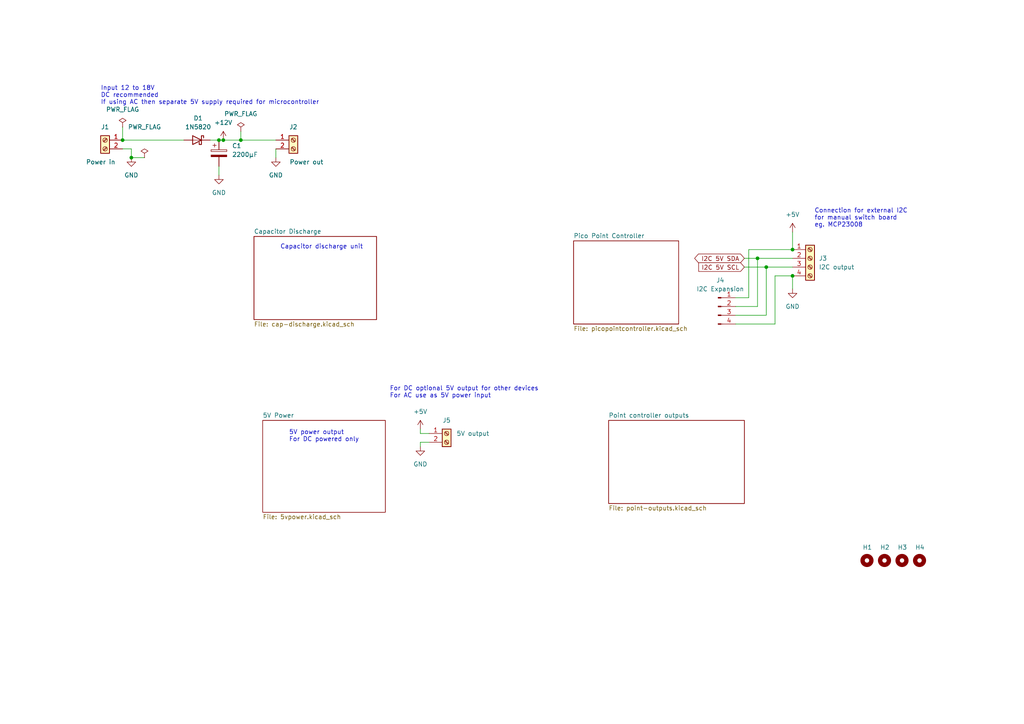
<source format=kicad_sch>
(kicad_sch (version 20231120) (generator "eeschema") (generator_version "8.0")
  (paper "A4")
  (title_block (title "Point controller with Pico") (date "April 2024") (comment 1 "www.penguintutor.com/projects/modelrailwaypoints"))
  (lib_symbols
    (symbol "Connector:Conn_01x04_Pin" (pin_names (offset 1.016) hide)
      (property "Reference" "J" (at 0 5.08 0))
      (property "Value" "Conn_01x04_Pin" (at 0 -7.62 0))
      (symbol "Conn_01x04_Pin_1_1"
        (polyline (pts (xy 1.27 -5.08) (xy 0.8636 -5.08)) (stroke (width 0.1524)))
        (polyline (pts (xy 1.27 -2.54) (xy 0.8636 -2.54)) (stroke (width 0.1524)))
        (polyline (pts (xy 1.27 0) (xy 0.8636 0)) (stroke (width 0.1524)))
        (polyline (pts (xy 1.27 2.54) (xy 0.8636 2.54)) (stroke (width 0.1524)))
        (rectangle (start 0.8636 -4.953) (end 0 -5.207) (stroke (width 0.1524)) (fill (type outline)))
        (rectangle (start 0.8636 -2.413) (end 0 -2.667) (stroke (width 0.1524)) (fill (type outline)))
        (rectangle (start 0.8636 0.127) (end 0 -0.127) (stroke (width 0.1524)) (fill (type outline)))
        (rectangle (start 0.8636 2.667) (end 0 2.413) (stroke (width 0.1524)) (fill (type outline)))
        (pin passive line (at 5.08 2.54 180) (length 3.81) (name "Pin_1") (number "1"))
        (pin passive line (at 5.08 0 180) (length 3.81) (name "Pin_2") (number "2"))
        (pin passive line (at 5.08 -2.54 180) (length 3.81) (name "Pin_3") (number "3"))
        (pin passive line (at 5.08 -5.08 180) (length 3.81) (name "Pin_4") (number "4"))
      )
    )
    (symbol "Connector:Screw_Terminal_01x02" (pin_names (offset 1.016) hide)
      (property "Reference" "J" (at 0 2.54 0))
      (property "Value" "Screw_Terminal_01x02" (at 0 -5.08 0))
      (symbol "Screw_Terminal_01x02_1_1"
        (rectangle (start -1.27 1.27) (end 1.27 -3.81) (stroke (width 0.254)) (fill (type background)))
        (circle (center 0 -2.54) (radius 0.635) (stroke (width 0.1524)))
        (polyline (pts (xy -0.5334 -2.2098) (xy 0.3302 -3.048)) (stroke (width 0.1524)))
        (polyline (pts (xy -0.5334 0.3302) (xy 0.3302 -0.508)) (stroke (width 0.1524)))
        (polyline (pts (xy -0.3556 -2.032) (xy 0.508 -2.8702)) (stroke (width 0.1524)))
        (polyline (pts (xy -0.3556 0.508) (xy 0.508 -0.3302)) (stroke (width 0.1524)))
        (circle (center 0 0) (radius 0.635) (stroke (width 0.1524)))
        (pin passive line (at -5.08 0 0) (length 3.81) (name "Pin_1") (number "1"))
        (pin passive line (at -5.08 -2.54 0) (length 3.81) (name "Pin_2") (number "2"))
      )
    )
    (symbol "Connector:Screw_Terminal_01x04" (pin_names (offset 1.016) hide)
      (property "Reference" "J" (at 0 5.08 0))
      (property "Value" "Screw_Terminal_01x04" (at 0 -7.62 0))
      (symbol "Screw_Terminal_01x04_1_1"
        (rectangle (start -1.27 3.81) (end 1.27 -6.35) (stroke (width 0.254)) (fill (type background)))
        (circle (center 0 -5.08) (radius 0.635) (stroke (width 0.1524)))
        (circle (center 0 -2.54) (radius 0.635) (stroke (width 0.1524)))
        (polyline (pts (xy -0.5334 -4.7498) (xy 0.3302 -5.588)) (stroke (width 0.1524)))
        (polyline (pts (xy -0.5334 -2.2098) (xy 0.3302 -3.048)) (stroke (width 0.1524)))
        (polyline (pts (xy -0.5334 0.3302) (xy 0.3302 -0.508)) (stroke (width 0.1524)))
        (polyline (pts (xy -0.5334 2.8702) (xy 0.3302 2.032)) (stroke (width 0.1524)))
        (polyline (pts (xy -0.3556 -4.572) (xy 0.508 -5.4102)) (stroke (width 0.1524)))
        (polyline (pts (xy -0.3556 -2.032) (xy 0.508 -2.8702)) (stroke (width 0.1524)))
        (polyline (pts (xy -0.3556 0.508) (xy 0.508 -0.3302)) (stroke (width 0.1524)))
        (polyline (pts (xy -0.3556 3.048) (xy 0.508 2.2098)) (stroke (width 0.1524)))
        (circle (center 0 0) (radius 0.635) (stroke (width 0.1524)))
        (circle (center 0 2.54) (radius 0.635) (stroke (width 0.1524)))
        (pin passive line (at -5.08 2.54 0) (length 3.81) (name "Pin_1") (number "1"))
        (pin passive line (at -5.08 0 0) (length 3.81) (name "Pin_2") (number "2"))
        (pin passive line (at -5.08 -2.54 0) (length 3.81) (name "Pin_3") (number "3"))
        (pin passive line (at -5.08 -5.08 0) (length 3.81) (name "Pin_4") (number "4"))
      )
    )
    (symbol "Device:C_Polarized" (pin_numbers hide) (pin_names (offset 0.254))
      (property "Reference" "C" (at 0.635 2.54 0))
      (property "Value" "C_Polarized" (at 0.635 -2.54 0))
      (symbol "C_Polarized_0_1"
        (rectangle (start -2.286 0.508) (end 2.286 1.016))
        (polyline (pts (xy -1.778 2.286) (xy -0.762 2.286)))
        (polyline (pts (xy -1.27 2.794) (xy -1.27 1.778)))
        (rectangle (start 2.286 -0.508) (end -2.286 -1.016) (fill (type outline)))
      )
      (symbol "C_Polarized_1_1"
        (pin passive line (at 0 3.81 270) (length 2.794) (name "~") (number "1"))
        (pin passive line (at 0 -3.81 90) (length 2.794) (name "~") (number "2"))
      )
    )
    (symbol "Diode:1N5820" (pin_numbers hide) (pin_names (offset 1.016) hide)
      (property "Reference" "D" (at 0 2.54 0))
      (property "Value" "1N5820" (at 0 -2.54 0))
      (symbol "1N5820_0_1"
        (polyline (pts (xy 1.27 0) (xy -1.27 0)))
        (polyline (pts (xy 1.27 1.27) (xy 1.27 -1.27) (xy -1.27 0) (xy 1.27 1.27)) (stroke (width 0.254)))
        (polyline (pts (xy -1.905 0.635) (xy -1.905 1.27) (xy -1.27 1.27) (xy -1.27 -1.27) (xy -0.635 -1.27) (xy -0.635 -0.635)) (stroke (width 0.254)))
      )
      (symbol "1N5820_1_1"
        (pin passive line (at -3.81 0 0) (length 2.54) (name "K") (number "1"))
        (pin passive line (at 3.81 0 180) (length 2.54) (name "A") (number "2"))
      )
    )
    (symbol "Mechanical:MountingHole" (pin_names (offset 1.016))
      (property "Reference" "H" (at 0 5.08 0))
      (property "Value" "MountingHole" (at 0 3.175 0))
      (symbol "MountingHole_0_1"
        (circle (center 0 0) (radius 1.27) (stroke (width 1.27)))
      )
    )
    (symbol "power:+12V" (power) (pin_names (offset 0))
      (property "Value" "+12V" (at 0 3.556 0))
      (symbol "+12V_0_1"
        (polyline (pts (xy -0.762 1.27) (xy 0 2.54)))
        (polyline (pts (xy 0 0) (xy 0 2.54)))
        (polyline (pts (xy 0 2.54) (xy 0.762 1.27)))
      )
      (symbol "+12V_1_1"
        (pin power_in line (at 0 0 90) (length 0) hide (name "+12V") (number "1"))
      )
    )
    (symbol "power:+5V" (power) (pin_names (offset 0))
      (property "Value" "+5V" (at 0 3.556 0))
      (symbol "+5V_0_1"
        (polyline (pts (xy -0.762 1.27) (xy 0 2.54)))
        (polyline (pts (xy 0 0) (xy 0 2.54)))
        (polyline (pts (xy 0 2.54) (xy 0.762 1.27)))
      )
      (symbol "+5V_1_1"
        (pin power_in line (at 0 0 90) (length 0) hide (name "+5V") (number "1"))
      )
    )
    (symbol "power:GND" (power) (pin_names (offset 0))
      (property "Value" "GND" (at 0 -3.81 0))
      (symbol "GND_0_1"
        (polyline (pts (xy 0 0) (xy 0 -1.27) (xy 1.27 -1.27) (xy 0 -2.54) (xy -1.27 -1.27) (xy 0 -1.27)))
      )
      (symbol "GND_1_1"
        (pin power_in line (at 0 0 270) (length 0) hide (name "GND") (number "1"))
      )
    )
    (symbol "power:PWR_FLAG" (power) (pin_numbers hide) (pin_names (offset 0) hide)
      (property "Value" "PWR_FLAG" (at 0 3.81 0))
      (symbol "PWR_FLAG_0_0"
        (pin power_out line (at 0 0 90) (length 0) (name "pwr") (number "1"))
      )
      (symbol "PWR_FLAG_0_1"
        (polyline (pts (xy 0 0) (xy 0 1.27) (xy -1.016 1.905) (xy 0 2.54) (xy 1.016 1.905) (xy 0 1.27)))
      )
    )
  )
  (junction (at 229.87 80.01))
  (junction (at 35.56 40.64))
  (junction (at 229.87 72.39))
  (junction (at 63.5 40.64))
  (junction (at 219.71 74.93))
  (junction (at 64.77 40.64))
  (junction (at 38.1 45.72))
  (junction (at 222.25 77.47))
  (junction (at 69.85 40.64))
  (wire (pts (xy 63.5 40.64) (xy 64.77 40.64)))
  (wire (pts (xy 35.56 36.83) (xy 35.56 40.64)))
  (wire (pts (xy 229.87 67.31) (xy 229.87 72.39)))
  (wire (pts (xy 80.01 43.18) (xy 80.01 45.72)))
  (wire (pts (xy 121.92 124.46) (xy 121.92 125.73)))
  (wire (pts (xy 60.96 40.64) (xy 63.5 40.64)))
  (wire (pts (xy 215.9 77.47) (xy 222.25 77.47)))
  (wire (pts (xy 229.87 80.01) (xy 229.87 83.82)))
  (wire (pts (xy 222.25 77.47) (xy 229.87 77.47)))
  (wire (pts (xy 224.79 80.01) (xy 229.87 80.01)))
  (wire (pts (xy 217.17 72.39) (xy 229.87 72.39)))
  (wire (pts (xy 213.36 88.9) (xy 219.71 88.9)))
  (wire (pts (xy 121.92 125.73) (xy 124.46 125.73)))
  (wire (pts (xy 219.71 88.9) (xy 219.71 74.93)))
  (wire (pts (xy 222.25 91.44) (xy 222.25 77.47)))
  (wire (pts (xy 64.77 40.64) (xy 69.85 40.64)))
  (wire (pts (xy 121.92 128.27) (xy 124.46 128.27)))
  (wire (pts (xy 121.92 129.54) (xy 121.92 128.27)))
  (wire (pts (xy 217.17 86.36) (xy 217.17 72.39)))
  (wire (pts (xy 38.1 43.18) (xy 38.1 45.72)))
  (wire (pts (xy 215.9 74.93) (xy 219.71 74.93)))
  (wire (pts (xy 219.71 74.93) (xy 229.87 74.93)))
  (wire (pts (xy 38.1 43.18) (xy 35.56 43.18)))
  (wire (pts (xy 213.36 93.98) (xy 224.79 93.98)))
  (wire (pts (xy 69.85 38.1) (xy 69.85 40.64)))
  (wire (pts (xy 213.36 86.36) (xy 217.17 86.36)))
  (wire (pts (xy 224.79 93.98) (xy 224.79 80.01)))
  (wire (pts (xy 35.56 40.64) (xy 53.34 40.64)))
  (wire (pts (xy 213.36 91.44) (xy 222.25 91.44)))
  (wire (pts (xy 69.85 40.64) (xy 80.01 40.64)))
  (wire (pts (xy 63.5 48.26) (xy 63.5 50.8)))
  (wire (pts (xy 41.91 45.72) (xy 38.1 45.72)))
  (text "For DC optional 5V output for other devices\nFor AC use as 5V power input" (at 113.03 115.57 0) (effects (font (size 1.27 1.27)) (justify left bottom)))
  (text "Input 12 to 18V\nDC recommended\nIf using AC then separate 5V supply required for microcontroller" (at 29.21 30.48 0) (effects (font (size 1.27 1.27)) (justify left bottom)))
  (text "5V power output\nFor DC powered only" (at 83.82 128.27 0) (effects (font (size 1.27 1.27)) (justify left bottom)))
  (text "Capacitor discharge unit" (at 81.28 72.39 0) (effects (font (size 1.27 1.27)) (justify left bottom)))
  (text "Connection for external I2C \nfor manual switch board\neg. MCP23008" (at 236.22 66.04 0) (effects (font (size 1.27 1.27)) (justify left bottom)))
  (global_label "I2C 5V SDA" (shape bidirectional) (at 215.9 74.93 180) (property "Intersheetrefs" "${INTERSHEET_REFS}" (effects (hide yes))))
  (global_label "I2C 5V SCL" (shape input) (at 215.9 77.47 180) (property "Intersheetrefs" "${INTERSHEET_REFS}" (effects (hide yes))))
  (symbol (lib_id "Connector:Screw_Terminal_01x04") (at 234.95 74.93 0) (unit 1)
    (property "Reference" "J3" (at 237.49 74.93 0) (effects (justify left)))
    (property "Value" "I2C output" (at 237.49 77.47 0) (effects (justify left)))
    (property "Footprint" "Connector_Phoenix_MC:PhoenixContact_MC_1,5_4-G-3.5_1x04_P3.50mm_Horizontal" (effects (hide yes)))
  )
  (symbol (lib_id "Connector:Screw_Terminal_01x02") (at 85.09 40.64 0) (unit 1)
    (property "Reference" "J2" (at 85.09 36.83 0))
    (property "Value" "Power out" (at 88.9 46.99 0))
    (property "Footprint" "Connector_Phoenix_MC:PhoenixContact_MC_1,5_2-G-3.5_1x02_P3.50mm_Horizontal" (effects (hide yes)))
  )
  (symbol (lib_id "Diode:1N5820") (at 57.15 40.64 0) (mirror y) (unit 1)
    (property "Reference" "D1" (at 57.4675 34.29 0))
    (property "Value" "1N5820" (at 57.4675 36.83 0))
    (property "Footprint" "Diode_THT:D_DO-201AD_P15.24mm_Horizontal" (effects (hide yes)))
    (property "Datasheet" "http://www.vishay.com/docs/88526/1n5820.pdf" (effects (hide yes)))
  )
  (symbol (lib_id "power:+5V") (at 121.92 124.46 0) (unit 1)
    (property "Reference" "#PWR07" (effects (hide yes)))
    (property "Value" "+5V" (at 121.92 119.38 0))
  )
  (symbol (lib_id "power:PWR_FLAG") (at 41.91 45.72 0) (unit 1)
    (property "Reference" "#FLG04" (effects (hide yes)))
    (property "Value" "PWR_FLAG" (at 41.91 36.83 0))
  )
  (symbol (lib_id "Mechanical:MountingHole") (at 256.54 162.56 0) (unit 1)
    (property "Reference" "H2" (at 255.27 158.75 0) (effects (justify left)))
    (property "Value" "MountingHole" (effects (hide yes)))
    (property "Footprint" "MountingHole:MountingHole_3.2mm_M3" (effects (hide yes)))
  )
  (symbol (lib_id "Connector:Conn_01x04_Pin") (at 208.28 88.9 0) (unit 1)
    (property "Reference" "J4" (at 208.915 81.28 0))
    (property "Value" "I2C Expansion" (at 208.915 83.82 0))
    (property "Footprint" "Connector_PinSocket_2.54mm:PinSocket_1x04_P2.54mm_Vertical" (effects (hide yes)))
  )
  (symbol (lib_id "power:+5V") (at 229.87 67.31 0) (unit 1)
    (property "Reference" "#PWR05" (effects (hide yes)))
    (property "Value" "+5V" (at 229.87 62.23 0))
  )
  (symbol (lib_id "Mechanical:MountingHole") (at 261.62 162.56 0) (unit 1)
    (property "Reference" "H3" (at 260.35 158.75 0) (effects (justify left)))
    (property "Value" "MountingHole" (effects (hide yes)))
    (property "Footprint" "MountingHole:MountingHole_3.2mm_M3" (effects (hide yes)))
  )
  (symbol (lib_id "power:GND") (at 80.01 45.72 0) (unit 1)
    (property "Reference" "#PWR03" (effects (hide yes)))
    (property "Value" "GND" (at 80.01 50.8 0))
  )
  (symbol (lib_id "power:PWR_FLAG") (at 35.56 36.83 0) (unit 1)
    (property "Reference" "#FLG01" (effects (hide yes)))
    (property "Value" "PWR_FLAG" (at 35.56 31.75 0))
  )
  (symbol (lib_id "Mechanical:MountingHole") (at 251.46 162.56 0) (unit 1)
    (property "Reference" "H1" (at 250.19 158.75 0) (effects (justify left)))
    (property "Value" "MountingHole" (effects (hide yes)))
    (property "Footprint" "MountingHole:MountingHole_3.2mm_M3" (effects (hide yes)))
  )
  (symbol (lib_id "Connector:Screw_Terminal_01x02") (at 30.48 40.64 0) (mirror y) (unit 1)
    (property "Reference" "J1" (at 30.48 36.83 0))
    (property "Value" "Power in" (at 29.21 46.99 0))
    (property "Footprint" "TerminalBlock_Phoenix:TerminalBlock_Phoenix_MKDS-1,5-2_1x02_P5.00mm_Horizontal" (effects (hide yes)))
  )
  (symbol (lib_id "power:GND") (at 229.87 83.82 0) (unit 1)
    (property "Reference" "#PWR06" (effects (hide yes)))
    (property "Value" "GND" (at 229.87 88.9 0))
  )
  (symbol (lib_id "power:GND") (at 38.1 45.72 0) (unit 1)
    (property "Reference" "#PWR02" (effects (hide yes)))
    (property "Value" "GND" (at 38.1 50.8 0))
  )
  (symbol (lib_id "power:PWR_FLAG") (at 69.85 38.1 0) (unit 1)
    (property "Reference" "#FLG02" (effects (hide yes)))
    (property "Value" "PWR_FLAG" (at 69.85 33.02 0))
  )
  (symbol (lib_id "Device:C_Polarized") (at 63.5 44.45 0) (unit 1)
    (property "Reference" "C1" (at 67.31 42.291 0) (effects (justify left)))
    (property "Value" "2200μF" (at 67.31 44.831 0) (effects (justify left)))
    (property "Footprint" "Capacitor_THT:CP_Radial_D14.0mm_P5.00mm" (effects (hide yes)))
  )
  (symbol (lib_id "power:+12V") (at 64.77 40.64 0) (unit 1)
    (property "Reference" "#PWR01" (effects (hide yes)))
    (property "Value" "+12V" (at 64.77 35.56 0))
  )
  (symbol (lib_id "Connector:Screw_Terminal_01x02") (at 129.54 125.73 0) (unit 1)
    (property "Reference" "J5" (at 129.54 121.92 0))
    (property "Value" "5V output" (at 137.16 125.73 0))
    (property "Footprint" "Connector_Phoenix_MC:PhoenixContact_MC_1,5_2-G-3.5_1x02_P3.50mm_Horizontal" (effects (hide yes)))
  )
  (symbol (lib_id "power:GND") (at 63.5 50.8 0) (unit 1)
    (property "Reference" "#PWR04" (effects (hide yes)))
    (property "Value" "GND" (at 63.5 55.88 0))
  )
  (symbol (lib_id "Mechanical:MountingHole") (at 266.7 162.56 0) (unit 1)
    (property "Reference" "H4" (at 265.43 158.75 0) (effects (justify left)))
    (property "Value" "MountingHole" (effects (hide yes)))
    (property "Footprint" "MountingHole:MountingHole_3.2mm_M3" (effects (hide yes)))
  )
  (symbol (lib_id "power:GND") (at 121.92 129.54 0) (unit 1)
    (property "Reference" "#PWR08" (effects (hide yes)))
    (property "Value" "GND" (at 121.92 134.62 0))
  )
  (sheet (at 73.66 68.58) (size 35.56 24.13) (stroke (width 0.1524))
    (property "Sheetname" "Capacitor Discharge" (at 73.66 67.8684 0) (effects (justify left bottom)))
    (property "Sheetfile" "cap-discharge.kicad_sch" (at 73.66 93.2946 0) (effects (justify left top)))
  )
  (sheet (at 176.53 121.92) (size 39.37 24.13) (stroke (width 0.1524))
    (property "Sheetname" "Point controller outputs" (at 176.53 121.2084 0) (effects (justify left bottom)))
    (property "Sheetfile" "point-outputs.kicad_sch" (at 176.53 146.6346 0) (effects (justify left top)))
  )
  (sheet (at 76.2 121.92) (size 35.56 26.67) (stroke (width 0.1524))
    (property "Sheetname" "5V Power" (at 76.2 121.2084 0) (effects (justify left bottom)))
    (property "Sheetfile" "5vpower.kicad_sch" (at 76.2 149.1746 0) (effects (justify left top)))
  )
  (sheet (at 166.37 69.85) (size 30.48 24.13) (stroke (width 0.1524))
    (property "Sheetname" "Pico Point Controller" (at 166.37 69.1384 0) (effects (justify left bottom)))
    (property "Sheetfile" "picopointcontroller.kicad_sch" (at 166.37 94.5646 0) (effects (justify left top)))
  )
)
</source>
